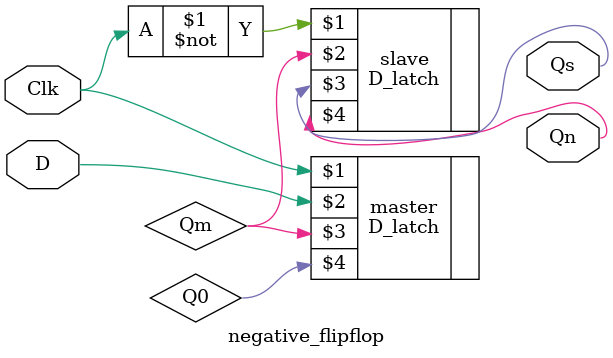
<source format=v>
module negative_flipflop(Clk, D, Qs, Qn);
	input Clk, D;
	output Qs, Qn;
	wire Qm, Q0;
	D_latch master(Clk, D, Qm, Q0);
	D_latch slave(~Clk, Qm, Qs, Qn);
endmodule

	
</source>
